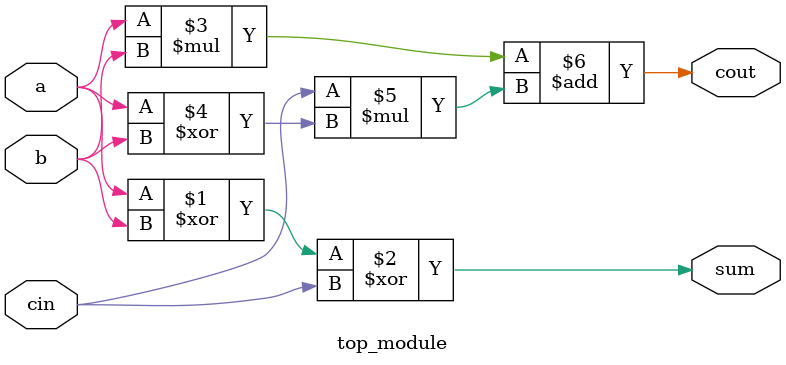
<source format=v>

module top_module( 
    input a, b, cin,
    output cout, sum );
    assign sum = a^b^cin;
    assign cout = a*b + cin*(a^b);

endmodule

</source>
